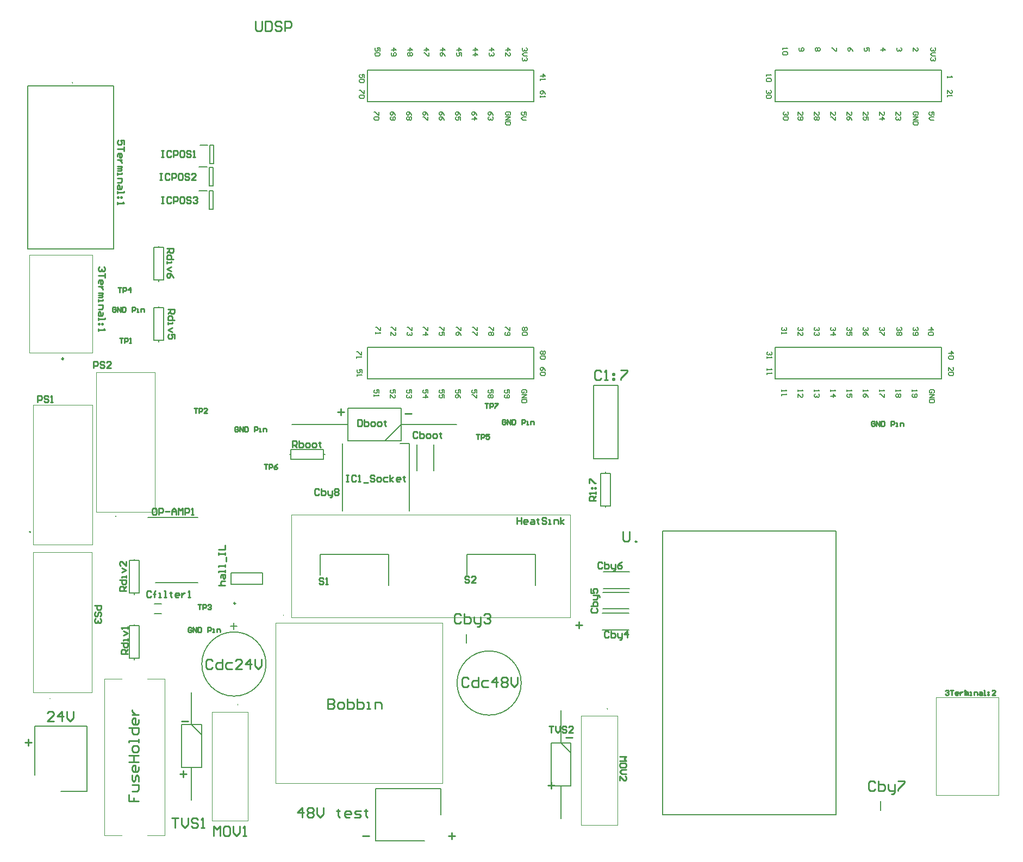
<source format=gto>
G04*
G04 #@! TF.GenerationSoftware,Altium Limited,Altium Designer,21.2.2 (38)*
G04*
G04 Layer_Color=65535*
%FSLAX25Y25*%
%MOIN*%
G70*
G04*
G04 #@! TF.SameCoordinates,0CC3C9D5-6B2F-423D-8AA3-22EEB0D6369A*
G04*
G04*
G04 #@! TF.FilePolarity,Positive*
G04*
G01*
G75*
%ADD10C,0.00787*%
%ADD11C,0.00394*%
%ADD12C,0.01181*%
%ADD13C,0.00984*%
%ADD14C,0.01000*%
%ADD15C,0.00700*%
D10*
X149685Y112500D02*
G03*
X149685Y112500I-19685J0D01*
G01*
X57606Y202831D02*
G03*
X57606Y203224I0J197D01*
G01*
D02*
G03*
X57606Y202831I0J-197D01*
G01*
X31000Y469205D02*
G03*
X31000Y468811I0J-197D01*
G01*
D02*
G03*
X31000Y469205I0J197D01*
G01*
D02*
G03*
X31000Y468811I0J-197D01*
G01*
X4539Y193500D02*
G03*
X5327Y193500I394J0D01*
G01*
D02*
G03*
X4539Y193500I-394J0D01*
G01*
X306185Y100842D02*
G03*
X306185Y100842I-19685J0D01*
G01*
X359000Y85228D02*
G03*
X359000Y84835I0J-197D01*
G01*
D02*
G03*
X359000Y85228I0J197D01*
G01*
D02*
G03*
X359000Y84835I0J-197D01*
G01*
X132343Y87756D02*
G03*
X132343Y87362I0J-197D01*
G01*
D02*
G03*
X132343Y87756I0J197D01*
G01*
D02*
G03*
X132343Y87362I0J-197D01*
G01*
X130000Y133760D02*
Y137697D01*
X128032Y135728D02*
X131968D01*
X526500Y22744D02*
Y28256D01*
X272500Y125244D02*
Y130756D01*
X114819Y402709D02*
X117181D01*
Y391291D02*
Y402709D01*
X114819Y391291D02*
X117181D01*
X114819D02*
Y402709D01*
X108716Y402906D02*
X113441D01*
X3441Y467000D02*
X56197D01*
X3441Y367000D02*
Y467000D01*
Y367000D02*
X56197D01*
Y467000D01*
X115319Y430709D02*
X117681D01*
Y419291D02*
Y430709D01*
X115319Y419291D02*
X117681D01*
X115319D02*
Y430709D01*
X109216Y430905D02*
X113941D01*
X212000Y457250D02*
X314000D01*
Y476750D01*
X212000D02*
X314000D01*
X212000Y457250D02*
Y476750D01*
Y287250D02*
X314000D01*
Y306750D01*
X212000D02*
X314000D01*
X212000Y287250D02*
Y306750D01*
X462000Y287250D02*
X564000D01*
Y306750D01*
X462000D02*
X564000D01*
X462000Y287250D02*
Y306750D01*
Y457250D02*
X564000D01*
Y476750D01*
X462000D02*
X564000D01*
X462000Y457250D02*
Y476750D01*
X272996Y167000D02*
Y179697D01*
X315004D01*
Y160681D02*
Y179697D01*
X182996Y167000D02*
Y179697D01*
X225004D01*
Y160681D02*
Y179697D01*
X356417Y158870D02*
X372583D01*
X356417Y169130D02*
X372583D01*
X77146Y202500D02*
X107992D01*
X82008Y162500D02*
X107992D01*
X114819Y417209D02*
X117181D01*
Y405791D02*
Y417209D01*
X114819Y405791D02*
X117181D01*
X114819D02*
Y417209D01*
X108716Y417406D02*
X113441D01*
X81000Y368000D02*
X84000D01*
X81000Y348000D02*
Y368000D01*
Y348000D02*
X87000D01*
Y368000D01*
X84000D02*
X87000D01*
X84000Y347100D02*
Y348000D01*
Y368000D02*
Y368900D01*
X81000Y331000D02*
X84000D01*
X81000Y311000D02*
Y331000D01*
Y311000D02*
X87000D01*
Y331000D01*
X84000D02*
X87000D01*
X84000Y310100D02*
Y311000D01*
Y331000D02*
Y331900D01*
X128354Y161421D02*
X147646D01*
Y168342D01*
X128354D02*
X147646D01*
X128354Y161421D02*
Y168342D01*
X355000Y229500D02*
X358000D01*
X355000Y209500D02*
Y229500D01*
Y209500D02*
X361000D01*
Y229500D01*
X358000D02*
X361000D01*
X358000Y208600D02*
Y209500D01*
Y229500D02*
Y230400D01*
X392850Y19992D02*
Y194008D01*
X499150D01*
Y19992D02*
Y194008D01*
X392850Y19992D02*
X499150D01*
X365500Y238500D02*
Y283500D01*
X350500D02*
X365500D01*
X350500Y238500D02*
Y283500D01*
Y238500D02*
X365500D01*
X356112Y146257D02*
X372278D01*
X356112Y156518D02*
X372278D01*
X355917Y133370D02*
X372083D01*
X355917Y143630D02*
X372083D01*
X217000Y4055D02*
X247000D01*
X217000D02*
Y35945D01*
X257000D01*
Y20000D02*
Y35945D01*
X252630Y230917D02*
Y247083D01*
X242370Y230917D02*
Y247083D01*
X185000Y241000D02*
X185900D01*
X164100D02*
X165000D01*
X185000Y238000D02*
Y241000D01*
X165000Y238000D02*
X185000D01*
X165000D02*
Y244000D01*
X185000D01*
Y241000D02*
Y244000D01*
X165709Y259500D02*
X199764D01*
X232638D02*
X266693D01*
X222697Y249559D02*
X232638Y259500D01*
Y249559D02*
Y269441D01*
X199764D02*
X232638D01*
X199764Y249559D02*
Y269441D01*
Y249559D02*
X232638D01*
X196409Y206410D02*
Y247590D01*
X237591Y206410D02*
Y247590D01*
X232000D02*
X237591D01*
X330500Y17784D02*
Y37713D01*
Y64091D02*
Y84020D01*
Y64091D02*
X336602Y57988D01*
X324398Y64091D02*
X336602D01*
X324398Y37713D02*
Y64091D01*
Y37713D02*
X336602D01*
Y64091D01*
X104000Y28980D02*
Y48909D01*
Y75287D02*
Y95217D01*
Y75287D02*
X110102Y69185D01*
X97898Y75287D02*
X110102D01*
X97898Y48909D02*
Y75287D01*
Y48909D02*
X110102D01*
Y75287D01*
X69000Y115100D02*
Y116000D01*
Y136000D02*
Y136900D01*
X66000Y116000D02*
X69000D01*
X66000D02*
Y136000D01*
X72000D01*
Y116000D02*
Y136000D01*
X69000Y116000D02*
X72000D01*
X69000Y155100D02*
Y156000D01*
Y176000D02*
Y176900D01*
X66000Y156000D02*
X69000D01*
X66000D02*
Y176000D01*
X72000D01*
Y156000D02*
Y176000D01*
X69000Y156000D02*
X72000D01*
X8055Y44500D02*
Y74500D01*
X39945D01*
Y34500D02*
Y74500D01*
X24000Y34500D02*
X39945D01*
X81335Y143547D02*
X85665D01*
X81335Y149453D02*
X85665D01*
D11*
X160449Y142228D02*
G03*
X160449Y142622I0J197D01*
G01*
D02*
G03*
X160449Y142228I0J-197D01*
G01*
X17398Y91189D02*
G03*
X17004Y91189I-197J0D01*
G01*
D02*
G03*
X17398Y91189I197J0D01*
G01*
X155528Y137898D02*
X257890D01*
X155528Y39472D02*
Y137898D01*
Y39472D02*
X257890D01*
Y137898D01*
X45402Y205587D02*
X81622D01*
Y291413D01*
X45402D02*
X81622D01*
X45402Y205587D02*
Y291413D01*
X165220Y204118D02*
X336087D01*
Y141126D02*
Y204118D01*
X165220Y141126D02*
X336087D01*
X165220D02*
Y204118D01*
X6902Y185626D02*
X43122D01*
Y271453D01*
X6902D02*
X43122D01*
X6902Y185626D02*
Y271453D01*
X4528Y303500D02*
X43110D01*
Y363500D01*
X4528D02*
X43110D01*
X4528Y303500D02*
Y363500D01*
X560390Y92000D02*
X598972D01*
X560390Y32000D02*
Y92000D01*
Y32000D02*
X598972D01*
Y92000D01*
X6768Y95087D02*
Y180913D01*
X42988D01*
Y95087D02*
Y180913D01*
X6768Y95087D02*
X42988D01*
X343055Y80701D02*
X365102D01*
X343055Y13772D02*
Y80701D01*
Y13772D02*
X365102D01*
Y80701D01*
X116398Y83228D02*
X138445D01*
X116398Y16299D02*
Y83228D01*
Y16299D02*
X138445D01*
Y83228D01*
X50496Y7468D02*
X61126D01*
X50496D02*
Y103532D01*
X61126D01*
X76874Y7468D02*
X87504D01*
Y103532D01*
X76874D02*
X87504D01*
D12*
X25000Y299248D02*
G03*
X25000Y300035I0J394D01*
G01*
D02*
G03*
X25000Y299248I0J-394D01*
G01*
X578500Y96252D02*
G03*
X578500Y95465I0J-394D01*
G01*
D02*
G03*
X578500Y96252I0J394D01*
G01*
D13*
X130992Y149724D02*
G03*
X130992Y149724I-492J0D01*
G01*
X377083Y187500D02*
G03*
X377083Y187500I-492J0D01*
G01*
D14*
X522999Y260999D02*
X522500Y261499D01*
X521500D01*
X521000Y260999D01*
Y259000D01*
X521500Y258500D01*
X522500D01*
X522999Y259000D01*
Y259999D01*
X522000D01*
X523999Y258500D02*
Y261499D01*
X525998Y258500D01*
Y261499D01*
X526998D02*
Y258500D01*
X528498D01*
X528997Y259000D01*
Y260999D01*
X528498Y261499D01*
X526998D01*
X532996Y258500D02*
Y261499D01*
X534496D01*
X534996Y260999D01*
Y259999D01*
X534496Y259500D01*
X532996D01*
X535995Y258500D02*
X536995D01*
X536495D01*
Y260499D01*
X535995D01*
X538494Y258500D02*
Y260499D01*
X539994D01*
X540494Y259999D01*
Y258500D01*
X296499Y261999D02*
X296000Y262499D01*
X295000D01*
X294500Y261999D01*
Y260000D01*
X295000Y259500D01*
X296000D01*
X296499Y260000D01*
Y260999D01*
X295500D01*
X297499Y259500D02*
Y262499D01*
X299498Y259500D01*
Y262499D01*
X300498D02*
Y259500D01*
X301998D01*
X302497Y260000D01*
Y261999D01*
X301998Y262499D01*
X300498D01*
X306496Y259500D02*
Y262499D01*
X307996D01*
X308495Y261999D01*
Y260999D01*
X307996Y260500D01*
X306496D01*
X309495Y259500D02*
X310495D01*
X309995D01*
Y261499D01*
X309495D01*
X311994Y259500D02*
Y261499D01*
X313494D01*
X313994Y260999D01*
Y259500D01*
X103999Y134499D02*
X103499Y134999D01*
X102500D01*
X102000Y134499D01*
Y132500D01*
X102500Y132000D01*
X103499D01*
X103999Y132500D01*
Y133500D01*
X103000D01*
X104999Y132000D02*
Y134999D01*
X106998Y132000D01*
Y134999D01*
X107998D02*
Y132000D01*
X109498D01*
X109997Y132500D01*
Y134499D01*
X109498Y134999D01*
X107998D01*
X113996Y132000D02*
Y134999D01*
X115496D01*
X115996Y134499D01*
Y133500D01*
X115496Y133000D01*
X113996D01*
X116995Y132000D02*
X117995D01*
X117495D01*
Y133999D01*
X116995D01*
X119494Y132000D02*
Y133999D01*
X120994D01*
X121494Y133500D01*
Y132000D01*
X132499Y257499D02*
X132000Y257999D01*
X131000D01*
X130500Y257499D01*
Y255500D01*
X131000Y255000D01*
X132000D01*
X132499Y255500D01*
Y256500D01*
X131500D01*
X133499Y255000D02*
Y257999D01*
X135498Y255000D01*
Y257999D01*
X136498D02*
Y255000D01*
X137998D01*
X138497Y255500D01*
Y257499D01*
X137998Y257999D01*
X136498D01*
X142496Y255000D02*
Y257999D01*
X143996D01*
X144495Y257499D01*
Y256500D01*
X143996Y256000D01*
X142496D01*
X145495Y255000D02*
X146495D01*
X145995D01*
Y256999D01*
X145495D01*
X147994Y255000D02*
Y256999D01*
X149494D01*
X149994Y256500D01*
Y255000D01*
X57499Y330999D02*
X56999Y331499D01*
X56000D01*
X55500Y330999D01*
Y329000D01*
X56000Y328500D01*
X56999D01*
X57499Y329000D01*
Y329999D01*
X56500D01*
X58499Y328500D02*
Y331499D01*
X60498Y328500D01*
Y331499D01*
X61498D02*
Y328500D01*
X62998D01*
X63497Y329000D01*
Y330999D01*
X62998Y331499D01*
X61498D01*
X67496Y328500D02*
Y331499D01*
X68996D01*
X69495Y330999D01*
Y329999D01*
X68996Y329500D01*
X67496D01*
X70495Y328500D02*
X71495D01*
X70995D01*
Y330499D01*
X70495D01*
X72994Y328500D02*
Y330499D01*
X74494D01*
X74994Y329999D01*
Y328500D01*
X284000Y272499D02*
X285999D01*
X285000D01*
Y269500D01*
X286999D02*
Y272499D01*
X288498D01*
X288998Y271999D01*
Y271000D01*
X288498Y270500D01*
X286999D01*
X289998Y272499D02*
X291997D01*
Y271999D01*
X289998Y270000D01*
Y269500D01*
X278500Y253499D02*
X280499D01*
X279500D01*
Y250500D01*
X281499D02*
Y253499D01*
X282998D01*
X283498Y252999D01*
Y251999D01*
X282998Y251500D01*
X281499D01*
X286497Y253499D02*
X284498D01*
Y251999D01*
X285498Y252499D01*
X285998D01*
X286497Y251999D01*
Y251000D01*
X285998Y250500D01*
X284998D01*
X284498Y251000D01*
X148500Y234999D02*
X150499D01*
X149500D01*
Y232000D01*
X151499D02*
Y234999D01*
X152999D01*
X153498Y234499D01*
Y233500D01*
X152999Y233000D01*
X151499D01*
X156497Y234999D02*
X155498Y234499D01*
X154498Y233500D01*
Y232500D01*
X154998Y232000D01*
X155998D01*
X156497Y232500D01*
Y233000D01*
X155998Y233500D01*
X154498D01*
X108000Y148999D02*
X109999D01*
X109000D01*
Y146000D01*
X110999D02*
Y148999D01*
X112499D01*
X112998Y148499D01*
Y147500D01*
X112499Y147000D01*
X110999D01*
X113998Y148499D02*
X114498Y148999D01*
X115498D01*
X115997Y148499D01*
Y147999D01*
X115498Y147500D01*
X114998D01*
X115498D01*
X115997Y147000D01*
Y146500D01*
X115498Y146000D01*
X114498D01*
X113998Y146500D01*
X105500Y269499D02*
X107499D01*
X106500D01*
Y266500D01*
X108499D02*
Y269499D01*
X109999D01*
X110498Y268999D01*
Y268000D01*
X109999Y267500D01*
X108499D01*
X113497Y266500D02*
X111498D01*
X113497Y268499D01*
Y268999D01*
X112998Y269499D01*
X111998D01*
X111498Y268999D01*
X59000Y343499D02*
X60999D01*
X60000D01*
Y340500D01*
X61999D02*
Y343499D01*
X63499D01*
X63998Y342999D01*
Y342000D01*
X63499Y341500D01*
X61999D01*
X66498Y340500D02*
Y343499D01*
X64998Y342000D01*
X66997D01*
X60000Y312499D02*
X61999D01*
X61000D01*
Y309500D01*
X62999D02*
Y312499D01*
X64499D01*
X64998Y311999D01*
Y310999D01*
X64499Y310500D01*
X62999D01*
X65998Y309500D02*
X66998D01*
X66498D01*
Y312499D01*
X65998Y311999D01*
X322500Y37999D02*
X326499D01*
X324499Y39999D02*
Y36000D01*
X333500Y67500D02*
X337499D01*
X97000Y44999D02*
X100999D01*
X98999Y46999D02*
Y43000D01*
X98000Y77500D02*
X101999D01*
X193500Y266999D02*
X197499D01*
X195499Y268999D02*
Y265000D01*
X235000Y266000D02*
X238999D01*
X209000Y7000D02*
X212999D01*
X261500Y6999D02*
X265499D01*
X263499Y8999D02*
Y5000D01*
X2000Y64499D02*
X5999D01*
X3999Y66499D02*
Y62500D01*
X339500Y136499D02*
X343499D01*
X341499Y138499D02*
Y134500D01*
X523299Y39798D02*
X522299Y40798D01*
X520300D01*
X519300Y39798D01*
Y35800D01*
X520300Y34800D01*
X522299D01*
X523299Y35800D01*
X525298Y40798D02*
Y34800D01*
X528297D01*
X529297Y35800D01*
Y36799D01*
Y37799D01*
X528297Y38799D01*
X525298D01*
X531296D02*
Y35800D01*
X532296Y34800D01*
X535295D01*
Y33800D01*
X534295Y32801D01*
X533295D01*
X535295Y34800D02*
Y38799D01*
X537294Y40798D02*
X541293D01*
Y39798D01*
X537294Y35800D01*
Y34800D01*
X269299Y142298D02*
X268299Y143298D01*
X266300D01*
X265300Y142298D01*
Y138300D01*
X266300Y137300D01*
X268299D01*
X269299Y138300D01*
X271298Y143298D02*
Y137300D01*
X274297D01*
X275297Y138300D01*
Y139299D01*
Y140299D01*
X274297Y141299D01*
X271298D01*
X277296D02*
Y138300D01*
X278296Y137300D01*
X281295D01*
Y136300D01*
X280295Y135301D01*
X279295D01*
X281295Y137300D02*
Y141299D01*
X283294Y142298D02*
X284294Y143298D01*
X286293D01*
X287293Y142298D01*
Y141299D01*
X286293Y140299D01*
X285294D01*
X286293D01*
X287293Y139299D01*
Y138300D01*
X286293Y137300D01*
X284294D01*
X283294Y138300D01*
X85504Y398999D02*
X86836D01*
X86170D01*
Y395001D01*
X85504D01*
X86836D01*
X91502Y398333D02*
X90835Y398999D01*
X89502D01*
X88836Y398333D01*
Y395667D01*
X89502Y395001D01*
X90835D01*
X91502Y395667D01*
X92835Y395001D02*
Y398999D01*
X94834D01*
X95500Y398333D01*
Y397000D01*
X94834Y396334D01*
X92835D01*
X98833Y398999D02*
X97500D01*
X96833Y398333D01*
Y395667D01*
X97500Y395001D01*
X98833D01*
X99499Y395667D01*
Y398333D01*
X98833Y398999D01*
X103498Y398333D02*
X102831Y398999D01*
X101498D01*
X100832Y398333D01*
Y397666D01*
X101498Y397000D01*
X102831D01*
X103498Y396334D01*
Y395667D01*
X102831Y395001D01*
X101498D01*
X100832Y395667D01*
X104831Y398333D02*
X105497Y398999D01*
X106830D01*
X107497Y398333D01*
Y397666D01*
X106830Y397000D01*
X106164D01*
X106830D01*
X107497Y396334D01*
Y395667D01*
X106830Y395001D01*
X105497D01*
X104831Y395667D01*
X62499Y430995D02*
Y433660D01*
X60500D01*
X61166Y432327D01*
Y431661D01*
X60500Y430995D01*
X59167D01*
X58501Y431661D01*
Y432994D01*
X59167Y433660D01*
X62499Y429662D02*
Y426996D01*
Y428329D01*
X58501D01*
Y423664D02*
Y424997D01*
X59167Y425663D01*
X60500D01*
X61166Y424997D01*
Y423664D01*
X60500Y422997D01*
X59834D01*
Y425663D01*
X61166Y421664D02*
X58501D01*
X59834D01*
X60500Y420998D01*
X61166Y420331D01*
Y419665D01*
X58501Y417665D02*
X61166D01*
Y416999D01*
X60500Y416333D01*
X58501D01*
X60500D01*
X61166Y415666D01*
X60500Y415000D01*
X58501D01*
Y413667D02*
Y412334D01*
Y413000D01*
X61166D01*
Y413667D01*
X58501Y410334D02*
X61166D01*
Y408335D01*
X60500Y407669D01*
X58501D01*
X61166Y405669D02*
Y404337D01*
X60500Y403670D01*
X58501D01*
Y405669D01*
X59167Y406336D01*
X59834Y405669D01*
Y403670D01*
X58501Y402337D02*
Y401004D01*
Y401671D01*
X62499D01*
Y402337D01*
X61166Y399005D02*
Y398338D01*
X60500D01*
Y399005D01*
X61166D01*
X59167D02*
Y398338D01*
X58501D01*
Y399005D01*
X59167D01*
X58501Y395673D02*
Y394340D01*
Y395006D01*
X62499D01*
X61833Y395673D01*
X85670Y427499D02*
X87003D01*
X86336D01*
Y423501D01*
X85670D01*
X87003D01*
X91668Y426833D02*
X91002Y427499D01*
X89669D01*
X89002Y426833D01*
Y424167D01*
X89669Y423501D01*
X91002D01*
X91668Y424167D01*
X93001Y423501D02*
Y427499D01*
X95000D01*
X95667Y426833D01*
Y425500D01*
X95000Y424834D01*
X93001D01*
X98999Y427499D02*
X97666D01*
X97000Y426833D01*
Y424167D01*
X97666Y423501D01*
X98999D01*
X99665Y424167D01*
Y426833D01*
X98999Y427499D01*
X103664Y426833D02*
X102998Y427499D01*
X101665D01*
X100998Y426833D01*
Y426166D01*
X101665Y425500D01*
X102998D01*
X103664Y424834D01*
Y424167D01*
X102998Y423501D01*
X101665D01*
X100998Y424167D01*
X104997Y423501D02*
X106330D01*
X105664D01*
Y427499D01*
X104997Y426833D01*
X359835Y131999D02*
X359168Y132666D01*
X357836D01*
X357169Y131999D01*
Y129333D01*
X357836Y128667D01*
X359168D01*
X359835Y129333D01*
X361168Y132666D02*
Y128667D01*
X363167D01*
X363834Y129333D01*
Y130000D01*
Y130666D01*
X363167Y131333D01*
X361168D01*
X365166D02*
Y129333D01*
X365833Y128667D01*
X367832D01*
Y128001D01*
X367166Y127334D01*
X366499D01*
X367832Y128667D02*
Y131333D01*
X371164Y128667D02*
Y132666D01*
X369165Y130666D01*
X371831D01*
X65501Y32508D02*
Y28509D01*
X68500D01*
Y30508D01*
Y28509D01*
X71499D01*
X67500Y34507D02*
X70499D01*
X71499Y35507D01*
Y38506D01*
X67500D01*
X71499Y40505D02*
Y43504D01*
X70499Y44504D01*
X69500Y43504D01*
Y41505D01*
X68500Y40505D01*
X67500Y41505D01*
Y44504D01*
X71499Y49502D02*
Y47503D01*
X70499Y46503D01*
X68500D01*
X67500Y47503D01*
Y49502D01*
X68500Y50502D01*
X69500D01*
Y46503D01*
X65501Y52501D02*
X71499D01*
X68500D01*
Y56500D01*
X65501D01*
X71499D01*
Y59499D02*
Y61498D01*
X70499Y62498D01*
X68500D01*
X67500Y61498D01*
Y59499D01*
X68500Y58499D01*
X70499D01*
X71499Y59499D01*
Y64497D02*
Y66497D01*
Y65497D01*
X65501D01*
Y64497D01*
Y73494D02*
X71499D01*
Y70495D01*
X70499Y69496D01*
X68500D01*
X67500Y70495D01*
Y73494D01*
X71499Y78493D02*
Y76494D01*
X70499Y75494D01*
X68500D01*
X67500Y76494D01*
Y78493D01*
X68500Y79493D01*
X69500D01*
Y75494D01*
X67500Y81492D02*
X71499D01*
X69500D01*
X68500Y82492D01*
X67500Y83491D01*
Y84491D01*
X303671Y202499D02*
Y198501D01*
Y200500D01*
X306337D01*
Y202499D01*
Y198501D01*
X309669D02*
X308336D01*
X307670Y199167D01*
Y200500D01*
X308336Y201167D01*
X309669D01*
X310336Y200500D01*
Y199834D01*
X307670D01*
X312335Y201167D02*
X313668D01*
X314335Y200500D01*
Y198501D01*
X312335D01*
X311669Y199167D01*
X312335Y199834D01*
X314335D01*
X316334Y201833D02*
Y201167D01*
X315667D01*
X317000D01*
X316334D01*
Y199167D01*
X317000Y198501D01*
X321666Y201833D02*
X320999Y202499D01*
X319666D01*
X319000Y201833D01*
Y201167D01*
X319666Y200500D01*
X320999D01*
X321666Y199834D01*
Y199167D01*
X320999Y198501D01*
X319666D01*
X319000Y199167D01*
X322998Y198501D02*
X324331D01*
X323665D01*
Y201167D01*
X322998D01*
X326331Y198501D02*
Y201167D01*
X328330D01*
X328996Y200500D01*
Y198501D01*
X330329D02*
Y202499D01*
Y199834D02*
X332329Y201167D01*
X330329Y199834D02*
X332329Y198501D01*
X84504Y413499D02*
X85836D01*
X85170D01*
Y409501D01*
X84504D01*
X85836D01*
X90502Y412833D02*
X89835Y413499D01*
X88502D01*
X87836Y412833D01*
Y410167D01*
X88502Y409501D01*
X89835D01*
X90502Y410167D01*
X91834Y409501D02*
Y413499D01*
X93834D01*
X94500Y412833D01*
Y411500D01*
X93834Y410834D01*
X91834D01*
X97833Y413499D02*
X96500D01*
X95833Y412833D01*
Y410167D01*
X96500Y409501D01*
X97833D01*
X98499Y410167D01*
Y412833D01*
X97833Y413499D01*
X102498Y412833D02*
X101831Y413499D01*
X100498D01*
X99832Y412833D01*
Y412166D01*
X100498Y411500D01*
X101831D01*
X102498Y410834D01*
Y410167D01*
X101831Y409501D01*
X100498D01*
X99832Y410167D01*
X106497Y409501D02*
X103831D01*
X106497Y412166D01*
Y412833D01*
X105830Y413499D01*
X104497D01*
X103831Y412833D01*
X199006Y228333D02*
X200339D01*
X199672D01*
Y224334D01*
X199006D01*
X200339D01*
X205004Y227666D02*
X204337Y228333D01*
X203005D01*
X202338Y227666D01*
Y225000D01*
X203005Y224334D01*
X204337D01*
X205004Y225000D01*
X206337Y224334D02*
X207670D01*
X207003D01*
Y228333D01*
X206337Y227666D01*
X209669Y223667D02*
X212335D01*
X216334Y227666D02*
X215667Y228333D01*
X214334D01*
X213668Y227666D01*
Y227000D01*
X214334Y226333D01*
X215667D01*
X216334Y225667D01*
Y225000D01*
X215667Y224334D01*
X214334D01*
X213668Y225000D01*
X218333Y224334D02*
X219666D01*
X220332Y225000D01*
Y226333D01*
X219666Y227000D01*
X218333D01*
X217667Y226333D01*
Y225000D01*
X218333Y224334D01*
X224331Y227000D02*
X222332D01*
X221665Y226333D01*
Y225000D01*
X222332Y224334D01*
X224331D01*
X225664D02*
Y228333D01*
Y225667D02*
X227663Y227000D01*
X225664Y225667D02*
X227663Y224334D01*
X231662D02*
X230329D01*
X229663Y225000D01*
Y226333D01*
X230329Y227000D01*
X231662D01*
X232328Y226333D01*
Y225667D01*
X229663D01*
X234328Y227666D02*
Y227000D01*
X233661D01*
X234994D01*
X234328D01*
Y225000D01*
X234994Y224334D01*
X187423Y91184D02*
Y85186D01*
X190422D01*
X191421Y86186D01*
Y87185D01*
X190422Y88185D01*
X187423D01*
X190422D01*
X191421Y89185D01*
Y90184D01*
X190422Y91184D01*
X187423D01*
X194420Y85186D02*
X196420D01*
X197419Y86186D01*
Y88185D01*
X196420Y89185D01*
X194420D01*
X193421Y88185D01*
Y86186D01*
X194420Y85186D01*
X199419Y91184D02*
Y85186D01*
X202418D01*
X203417Y86186D01*
Y87185D01*
Y88185D01*
X202418Y89185D01*
X199419D01*
X205417Y91184D02*
Y85186D01*
X208416D01*
X209416Y86186D01*
Y87185D01*
Y88185D01*
X208416Y89185D01*
X205417D01*
X211415Y85186D02*
X213414D01*
X212415D01*
Y89185D01*
X211415D01*
X216413Y85186D02*
Y89185D01*
X219412D01*
X220412Y88185D01*
Y85186D01*
X566255Y96000D02*
X566755Y96500D01*
X567755D01*
X568254Y96000D01*
Y95500D01*
X567755Y95000D01*
X567255D01*
X567755D01*
X568254Y94500D01*
Y94000D01*
X567755Y93501D01*
X566755D01*
X566255Y94000D01*
X569254Y96500D02*
X571253D01*
X570254D01*
Y93501D01*
X573752D02*
X572753D01*
X572253Y94000D01*
Y95000D01*
X572753Y95500D01*
X573752D01*
X574252Y95000D01*
Y94500D01*
X572253D01*
X575252Y95500D02*
Y93501D01*
Y94500D01*
X575752Y95000D01*
X576252Y95500D01*
X576752D01*
X578251Y93501D02*
Y95500D01*
X578751D01*
X579251Y95000D01*
Y93501D01*
Y95000D01*
X579751Y95500D01*
X580250Y95000D01*
Y93501D01*
X581250D02*
X582250D01*
X581750D01*
Y95500D01*
X581250D01*
X583749Y93501D02*
Y95500D01*
X585249D01*
X585749Y95000D01*
Y93501D01*
X587248Y95500D02*
X588248D01*
X588748Y95000D01*
Y93501D01*
X587248D01*
X586748Y94000D01*
X587248Y94500D01*
X588748D01*
X589747Y93501D02*
X590747D01*
X590247D01*
Y96500D01*
X589747D01*
X592246Y95500D02*
X592746D01*
Y95000D01*
X592246D01*
Y95500D01*
Y94000D02*
X592746D01*
Y93501D01*
X592246D01*
Y94000D01*
X596745Y93501D02*
X594746D01*
X596745Y95500D01*
Y96000D01*
X596245Y96500D01*
X595246D01*
X594746Y96000D01*
X50333Y356160D02*
X50999Y355494D01*
Y354161D01*
X50333Y353495D01*
X49666D01*
X49000Y354161D01*
Y354827D01*
Y354161D01*
X48334Y353495D01*
X47667D01*
X47001Y354161D01*
Y355494D01*
X47667Y356160D01*
X50999Y352162D02*
Y349496D01*
Y350829D01*
X47001D01*
Y346164D02*
Y347497D01*
X47667Y348163D01*
X49000D01*
X49666Y347497D01*
Y346164D01*
X49000Y345497D01*
X48334D01*
Y348163D01*
X49666Y344164D02*
X47001D01*
X48334D01*
X49000Y343498D01*
X49666Y342831D01*
Y342165D01*
X47001Y340165D02*
X49666D01*
Y339499D01*
X49000Y338833D01*
X47001D01*
X49000D01*
X49666Y338166D01*
X49000Y337500D01*
X47001D01*
Y336167D02*
Y334834D01*
Y335500D01*
X49666D01*
Y336167D01*
X47001Y332835D02*
X49666D01*
Y330835D01*
X49000Y330169D01*
X47001D01*
X49666Y328169D02*
Y326836D01*
X49000Y326170D01*
X47001D01*
Y328169D01*
X47667Y328836D01*
X48334Y328169D01*
Y326170D01*
X47001Y324837D02*
Y323504D01*
Y324171D01*
X50999D01*
Y324837D01*
X49666Y321505D02*
Y320838D01*
X49000D01*
Y321505D01*
X49666D01*
X47667D02*
Y320838D01*
X47001D01*
Y321505D01*
X47667D01*
X47001Y318173D02*
Y316840D01*
Y317506D01*
X50999D01*
X50333Y318173D01*
X368600Y193798D02*
Y188800D01*
X369600Y187800D01*
X371599D01*
X372599Y188800D01*
Y193798D01*
X143300Y506598D02*
Y501600D01*
X144300Y500600D01*
X146299D01*
X147299Y501600D01*
Y506598D01*
X149298D02*
Y500600D01*
X152297D01*
X153297Y501600D01*
Y505598D01*
X152297Y506598D01*
X149298D01*
X159295Y505598D02*
X158295Y506598D01*
X156296D01*
X155296Y505598D01*
Y504599D01*
X156296Y503599D01*
X158295D01*
X159295Y502599D01*
Y501600D01*
X158295Y500600D01*
X156296D01*
X155296Y501600D01*
X161294Y500600D02*
Y506598D01*
X164293D01*
X165293Y505598D01*
Y503599D01*
X164293Y502599D01*
X161294D01*
X323169Y74499D02*
X325835D01*
X324502D01*
Y70501D01*
X327168Y74499D02*
Y71834D01*
X328501Y70501D01*
X329834Y71834D01*
Y74499D01*
X333832Y73833D02*
X333166Y74499D01*
X331833D01*
X331167Y73833D01*
Y73166D01*
X331833Y72500D01*
X333166D01*
X333832Y71834D01*
Y71167D01*
X333166Y70501D01*
X331833D01*
X331167Y71167D01*
X337831Y70501D02*
X335165D01*
X337831Y73166D01*
Y73833D01*
X337164Y74499D01*
X335832D01*
X335165Y73833D01*
X92003Y17999D02*
X96002D01*
X94003D01*
Y12001D01*
X98001Y17999D02*
Y14000D01*
X100001Y12001D01*
X102000Y14000D01*
Y17999D01*
X107998Y16999D02*
X106998Y17999D01*
X104999D01*
X103999Y16999D01*
Y16000D01*
X104999Y15000D01*
X106998D01*
X107998Y14000D01*
Y13001D01*
X106998Y12001D01*
X104999D01*
X103999Y13001D01*
X109997Y12001D02*
X111997D01*
X110997D01*
Y17999D01*
X109997Y16999D01*
X274334Y165833D02*
X273667Y166499D01*
X272334D01*
X271668Y165833D01*
Y165166D01*
X272334Y164500D01*
X273667D01*
X274334Y163833D01*
Y163167D01*
X273667Y162501D01*
X272334D01*
X271668Y163167D01*
X278332Y162501D02*
X275666D01*
X278332Y165166D01*
Y165833D01*
X277666Y166499D01*
X276333D01*
X275666Y165833D01*
X185000Y164833D02*
X184334Y165499D01*
X183001D01*
X182334Y164833D01*
Y164166D01*
X183001Y163500D01*
X184334D01*
X185000Y162833D01*
Y162167D01*
X184334Y161501D01*
X183001D01*
X182334Y162167D01*
X186333Y161501D02*
X187666D01*
X186999D01*
Y165499D01*
X186333Y164833D01*
X89001Y367497D02*
X92999D01*
Y365498D01*
X92333Y364831D01*
X91000D01*
X90334Y365498D01*
Y367497D01*
Y366164D02*
X89001Y364831D01*
X92999Y360833D02*
X89001D01*
Y362832D01*
X89667Y363498D01*
X91000D01*
X91666Y362832D01*
Y360833D01*
X89001Y359500D02*
Y358167D01*
Y358833D01*
X91666D01*
Y359500D01*
Y356167D02*
X89001Y354835D01*
X91666Y353502D01*
X92999Y349503D02*
X92333Y350836D01*
X91000Y352169D01*
X89667D01*
X89001Y351502D01*
Y350169D01*
X89667Y349503D01*
X90334D01*
X91000Y350169D01*
Y352169D01*
X89501Y329997D02*
X93499D01*
Y327998D01*
X92833Y327331D01*
X91500D01*
X90834Y327998D01*
Y329997D01*
Y328664D02*
X89501Y327331D01*
X93499Y323333D02*
X89501D01*
Y325332D01*
X90167Y325998D01*
X91500D01*
X92166Y325332D01*
Y323333D01*
X89501Y322000D02*
Y320667D01*
Y321333D01*
X92166D01*
Y322000D01*
Y318667D02*
X89501Y317335D01*
X92166Y316002D01*
X93499Y312003D02*
Y314669D01*
X91500D01*
X92166Y313336D01*
Y312669D01*
X91500Y312003D01*
X90167D01*
X89501Y312669D01*
Y314002D01*
X90167Y314669D01*
X63999Y157503D02*
X60001D01*
Y159502D01*
X60667Y160169D01*
X62000D01*
X62666Y159502D01*
Y157503D01*
Y158836D02*
X63999Y160169D01*
X60001Y164167D02*
X63999D01*
Y162168D01*
X63333Y161502D01*
X62000D01*
X61334Y162168D01*
Y164167D01*
X63999Y165500D02*
Y166833D01*
Y166167D01*
X61334D01*
Y165500D01*
Y168833D02*
X63999Y170166D01*
X61334Y171498D01*
X63999Y175497D02*
Y172831D01*
X61334Y175497D01*
X60667D01*
X60001Y174831D01*
Y173498D01*
X60667Y172831D01*
X64999Y118669D02*
X61001D01*
Y120669D01*
X61667Y121335D01*
X63000D01*
X63666Y120669D01*
Y118669D01*
Y120002D02*
X64999Y121335D01*
X61001Y125334D02*
X64999D01*
Y123335D01*
X64333Y122668D01*
X63000D01*
X62334Y123335D01*
Y125334D01*
X64999Y126667D02*
Y128000D01*
Y127333D01*
X62334D01*
Y126667D01*
Y129999D02*
X64999Y131332D01*
X62334Y132665D01*
X64999Y133998D02*
Y135331D01*
Y134664D01*
X61001D01*
X61667Y133998D01*
X165836Y245501D02*
Y249499D01*
X167835D01*
X168502Y248833D01*
Y247500D01*
X167835Y246834D01*
X165836D01*
X167169D02*
X168502Y245501D01*
X169835Y249499D02*
Y245501D01*
X171834D01*
X172501Y246167D01*
Y246834D01*
Y247500D01*
X171834Y248166D01*
X169835D01*
X174500Y245501D02*
X175833D01*
X176499Y246167D01*
Y247500D01*
X175833Y248166D01*
X174500D01*
X173834Y247500D01*
Y246167D01*
X174500Y245501D01*
X178499D02*
X179832D01*
X180498Y246167D01*
Y247500D01*
X179832Y248166D01*
X178499D01*
X177832Y247500D01*
Y246167D01*
X178499Y245501D01*
X182497Y248833D02*
Y248166D01*
X181831D01*
X183164D01*
X182497D01*
Y246167D01*
X183164Y245501D01*
X351999Y212836D02*
X348001D01*
Y214835D01*
X348667Y215501D01*
X350000D01*
X350666Y214835D01*
Y212836D01*
Y214168D02*
X351999Y215501D01*
Y216834D02*
Y218167D01*
Y217501D01*
X348001D01*
X348667Y216834D01*
X349334Y220166D02*
Y220833D01*
X350000D01*
Y220166D01*
X349334D01*
X351333D02*
Y220833D01*
X351999D01*
Y220166D01*
X351333D01*
X348001Y223499D02*
Y226165D01*
X348667D01*
X351333Y223499D01*
X351999D01*
X81837Y207999D02*
X80504D01*
X79837Y207333D01*
Y204667D01*
X80504Y204001D01*
X81837D01*
X82503Y204667D01*
Y207333D01*
X81837Y207999D01*
X83836Y204001D02*
Y207999D01*
X85835D01*
X86502Y207333D01*
Y206000D01*
X85835Y205334D01*
X83836D01*
X87835Y206000D02*
X90501D01*
X91834Y204001D02*
Y206666D01*
X93166Y207999D01*
X94499Y206666D01*
Y204001D01*
Y206000D01*
X91834D01*
X95832Y204001D02*
Y207999D01*
X97165Y206666D01*
X98498Y207999D01*
Y204001D01*
X99831D02*
Y207999D01*
X101830D01*
X102497Y207333D01*
Y206000D01*
X101830Y205334D01*
X99831D01*
X103830Y204001D02*
X105163D01*
X104496D01*
Y207999D01*
X103830Y207333D01*
X366501Y55831D02*
X370499D01*
X369166Y54498D01*
X370499Y53165D01*
X366501D01*
X370499Y49833D02*
Y51166D01*
X369833Y51832D01*
X367167D01*
X366501Y51166D01*
Y49833D01*
X367167Y49166D01*
X369833D01*
X370499Y49833D01*
Y47833D02*
X367834D01*
X366501Y46501D01*
X367834Y45168D01*
X370499D01*
X366501Y41169D02*
Y43835D01*
X369166Y41169D01*
X369833D01*
X370499Y41835D01*
Y43168D01*
X369833Y43835D01*
X117503Y7001D02*
Y12999D01*
X119503Y11000D01*
X121502Y12999D01*
Y7001D01*
X126500Y12999D02*
X124501D01*
X123501Y11999D01*
Y8001D01*
X124501Y7001D01*
X126500D01*
X127500Y8001D01*
Y11999D01*
X126500Y12999D01*
X129499D02*
Y9000D01*
X131499Y7001D01*
X133498Y9000D01*
Y12999D01*
X135497Y7001D02*
X137497D01*
X136497D01*
Y12999D01*
X135497Y11999D01*
X120667Y160671D02*
X124666D01*
X122667D01*
X122000Y161337D01*
Y162670D01*
X122667Y163336D01*
X124666D01*
X122000Y165336D02*
Y166669D01*
X122667Y167335D01*
X124666D01*
Y165336D01*
X124000Y164669D01*
X123333Y165336D01*
Y167335D01*
X124666Y168668D02*
Y170001D01*
Y169334D01*
X120667D01*
Y168668D01*
X124666Y172000D02*
Y173333D01*
Y172667D01*
X120667D01*
Y172000D01*
X125333Y175333D02*
Y177998D01*
X120667Y179331D02*
Y180664D01*
Y179998D01*
X124666D01*
Y179331D01*
Y180664D01*
X120667Y182664D02*
X124666D01*
Y185329D01*
X205836Y262499D02*
Y258501D01*
X207836D01*
X208502Y259167D01*
Y261833D01*
X207836Y262499D01*
X205836D01*
X209835D02*
Y258501D01*
X211834D01*
X212501Y259167D01*
Y259834D01*
Y260500D01*
X211834Y261166D01*
X209835D01*
X214500Y258501D02*
X215833D01*
X216499Y259167D01*
Y260500D01*
X215833Y261166D01*
X214500D01*
X213834Y260500D01*
Y259167D01*
X214500Y258501D01*
X218499D02*
X219832D01*
X220498Y259167D01*
Y260500D01*
X219832Y261166D01*
X218499D01*
X217832Y260500D01*
Y259167D01*
X218499Y258501D01*
X222497Y261833D02*
Y261166D01*
X221831D01*
X223164D01*
X222497D01*
Y259167D01*
X223164Y258501D01*
X79166Y156632D02*
X78499Y157299D01*
X77166D01*
X76500Y156632D01*
Y153966D01*
X77166Y153300D01*
X78499D01*
X79166Y153966D01*
X81165Y153300D02*
Y156632D01*
Y155299D01*
X80499D01*
X81832D01*
X81165D01*
Y156632D01*
X81832Y157299D01*
X83831Y153300D02*
X85164D01*
X84497D01*
Y155966D01*
X83831D01*
X87163Y153300D02*
X88496D01*
X87830D01*
Y157299D01*
X87163D01*
X91162Y156632D02*
Y155966D01*
X90496D01*
X91828D01*
X91162D01*
Y153966D01*
X91828Y153300D01*
X95827D02*
X94494D01*
X93828Y153966D01*
Y155299D01*
X94494Y155966D01*
X95827D01*
X96494Y155299D01*
Y154633D01*
X93828D01*
X97826Y155966D02*
Y153300D01*
Y154633D01*
X98493Y155299D01*
X99159Y155966D01*
X99826D01*
X101825Y153300D02*
X103158D01*
X102492D01*
Y157299D01*
X101825Y156632D01*
X274004Y103499D02*
X273005Y104499D01*
X271005D01*
X270005Y103499D01*
Y99501D01*
X271005Y98501D01*
X273005D01*
X274004Y99501D01*
X280002Y104499D02*
Y98501D01*
X277003D01*
X276004Y99501D01*
Y101500D01*
X277003Y102500D01*
X280002D01*
X286000D02*
X283001D01*
X282002Y101500D01*
Y99501D01*
X283001Y98501D01*
X286000D01*
X290999D02*
Y104499D01*
X288000Y101500D01*
X291998D01*
X293998Y103499D02*
X294997Y104499D01*
X296997D01*
X297996Y103499D01*
Y102500D01*
X296997Y101500D01*
X297996Y100500D01*
Y99501D01*
X296997Y98501D01*
X294997D01*
X293998Y99501D01*
Y100500D01*
X294997Y101500D01*
X293998Y102500D01*
Y103499D01*
X294997Y101500D02*
X296997D01*
X299996Y104499D02*
Y100500D01*
X301995Y98501D01*
X303994Y100500D01*
Y104499D01*
X117005Y114499D02*
X116005Y115499D01*
X114005D01*
X113006Y114499D01*
Y110500D01*
X114005Y109501D01*
X116005D01*
X117005Y110500D01*
X123003Y115499D02*
Y109501D01*
X120004D01*
X119004Y110500D01*
Y112500D01*
X120004Y113499D01*
X123003D01*
X129001D02*
X126002D01*
X125002Y112500D01*
Y110500D01*
X126002Y109501D01*
X129001D01*
X134999D02*
X131000D01*
X134999Y113499D01*
Y114499D01*
X133999Y115499D01*
X132000D01*
X131000Y114499D01*
X139997Y109501D02*
Y115499D01*
X136998Y112500D01*
X140997D01*
X142996Y115499D02*
Y111500D01*
X144995Y109501D01*
X146995Y111500D01*
Y115499D01*
X182335Y219499D02*
X181668Y220166D01*
X180335D01*
X179669Y219499D01*
Y216834D01*
X180335Y216167D01*
X181668D01*
X182335Y216834D01*
X183668Y220166D02*
Y216167D01*
X185667D01*
X186334Y216834D01*
Y217500D01*
Y218166D01*
X185667Y218833D01*
X183668D01*
X187666D02*
Y216834D01*
X188333Y216167D01*
X190332D01*
Y215501D01*
X189666Y214834D01*
X188999D01*
X190332Y216167D02*
Y218833D01*
X191665Y219499D02*
X192332Y220166D01*
X193665D01*
X194331Y219499D01*
Y218833D01*
X193665Y218166D01*
X194331Y217500D01*
Y216834D01*
X193665Y216167D01*
X192332D01*
X191665Y216834D01*
Y217500D01*
X192332Y218166D01*
X191665Y218833D01*
Y219499D01*
X192332Y218166D02*
X193665D01*
X355835Y174499D02*
X355168Y175166D01*
X353836D01*
X353169Y174499D01*
Y171834D01*
X353836Y171167D01*
X355168D01*
X355835Y171834D01*
X357168Y175166D02*
Y171167D01*
X359167D01*
X359834Y171834D01*
Y172500D01*
Y173167D01*
X359167Y173833D01*
X357168D01*
X361167D02*
Y171834D01*
X361833Y171167D01*
X363832D01*
Y170501D01*
X363166Y169834D01*
X362499D01*
X363832Y171167D02*
Y173833D01*
X367831Y175166D02*
X366498Y174499D01*
X365165Y173167D01*
Y171834D01*
X365832Y171167D01*
X367164D01*
X367831Y171834D01*
Y172500D01*
X367164Y173167D01*
X365165D01*
X349501Y146835D02*
X348834Y146168D01*
Y144835D01*
X349501Y144169D01*
X352166D01*
X352833Y144835D01*
Y146168D01*
X352166Y146835D01*
X348834Y148168D02*
X352833D01*
Y150167D01*
X352166Y150833D01*
X351500D01*
X350834D01*
X350167Y150167D01*
Y148168D01*
Y152166D02*
X352166D01*
X352833Y152833D01*
Y154832D01*
X353499D01*
X354166Y154166D01*
Y153499D01*
X352833Y154832D02*
X350167D01*
X348834Y158831D02*
Y156165D01*
X350834D01*
X350167Y157498D01*
Y158165D01*
X350834Y158831D01*
X352166D01*
X352833Y158165D01*
Y156832D01*
X352166Y156165D01*
X242502Y254333D02*
X241835Y254999D01*
X240503D01*
X239836Y254333D01*
Y251667D01*
X240503Y251001D01*
X241835D01*
X242502Y251667D01*
X243835Y254999D02*
Y251001D01*
X245834D01*
X246501Y251667D01*
Y252334D01*
Y253000D01*
X245834Y253666D01*
X243835D01*
X248500Y251001D02*
X249833D01*
X250499Y251667D01*
Y253000D01*
X249833Y253666D01*
X248500D01*
X247834Y253000D01*
Y251667D01*
X248500Y251001D01*
X252499D02*
X253832D01*
X254498Y251667D01*
Y253000D01*
X253832Y253666D01*
X252499D01*
X251832Y253000D01*
Y251667D01*
X252499Y251001D01*
X256497Y254333D02*
Y253666D01*
X255831D01*
X257164D01*
X256497D01*
Y251667D01*
X257164Y251001D01*
X355099Y291898D02*
X354099Y292898D01*
X352100D01*
X351100Y291898D01*
Y287900D01*
X352100Y286900D01*
X354099D01*
X355099Y287900D01*
X357098Y286900D02*
X359097D01*
X358098D01*
Y292898D01*
X357098Y291898D01*
X362096Y290899D02*
X363096D01*
Y289899D01*
X362096D01*
Y290899D01*
Y287900D02*
X363096D01*
Y286900D01*
X362096D01*
Y287900D01*
X367095Y292898D02*
X371094D01*
Y291898D01*
X367095Y287900D01*
Y286900D01*
X172006Y18501D02*
Y24499D01*
X169007Y21500D01*
X173006D01*
X175005Y23499D02*
X176005Y24499D01*
X178004D01*
X179004Y23499D01*
Y22500D01*
X178004Y21500D01*
X179004Y20500D01*
Y19501D01*
X178004Y18501D01*
X176005D01*
X175005Y19501D01*
Y20500D01*
X176005Y21500D01*
X175005Y22500D01*
Y23499D01*
X176005Y21500D02*
X178004D01*
X181003Y24499D02*
Y20500D01*
X183002Y18501D01*
X185002Y20500D01*
Y24499D01*
X193999Y23499D02*
Y22500D01*
X192999D01*
X194999D01*
X193999D01*
Y19501D01*
X194999Y18501D01*
X200997D02*
X198997D01*
X197998Y19501D01*
Y21500D01*
X198997Y22500D01*
X200997D01*
X201996Y21500D01*
Y20500D01*
X197998D01*
X203996Y18501D02*
X206995D01*
X207994Y19501D01*
X206995Y20500D01*
X204995D01*
X203996Y21500D01*
X204995Y22500D01*
X207994D01*
X210993Y23499D02*
Y22500D01*
X209994D01*
X211993D01*
X210993D01*
Y19501D01*
X211993Y18501D01*
X19501Y77501D02*
X15503D01*
X19501Y81500D01*
Y82499D01*
X18502Y83499D01*
X16502D01*
X15503Y82499D01*
X24500Y77501D02*
Y83499D01*
X21501Y80500D01*
X25499D01*
X27499Y83499D02*
Y79500D01*
X29498Y77501D01*
X31497Y79500D01*
Y83499D01*
X44500Y148500D02*
X48499D01*
Y146501D01*
X47832Y145834D01*
X46499D01*
X45833Y146501D01*
Y148500D01*
X47832Y141835D02*
X48499Y142502D01*
Y143835D01*
X47832Y144501D01*
X47166D01*
X46499Y143835D01*
Y142502D01*
X45833Y141835D01*
X45166D01*
X44500Y142502D01*
Y143835D01*
X45166Y144501D01*
X47832Y140503D02*
X48499Y139836D01*
Y138503D01*
X47832Y137837D01*
X47166D01*
X46499Y138503D01*
Y139170D01*
Y138503D01*
X45833Y137837D01*
X45166D01*
X44500Y138503D01*
Y139836D01*
X45166Y140503D01*
X44000Y294000D02*
Y297999D01*
X45999D01*
X46666Y297332D01*
Y295999D01*
X45999Y295333D01*
X44000D01*
X50665Y297332D02*
X49998Y297999D01*
X48665D01*
X47999Y297332D01*
Y296666D01*
X48665Y295999D01*
X49998D01*
X50665Y295333D01*
Y294666D01*
X49998Y294000D01*
X48665D01*
X47999Y294666D01*
X54663Y294000D02*
X51997D01*
X54663Y296666D01*
Y297332D01*
X53997Y297999D01*
X52664D01*
X51997Y297332D01*
X9634Y273000D02*
Y276999D01*
X11633D01*
X12300Y276332D01*
Y274999D01*
X11633Y274333D01*
X9634D01*
X16298Y276332D02*
X15632Y276999D01*
X14299D01*
X13633Y276332D01*
Y275666D01*
X14299Y274999D01*
X15632D01*
X16298Y274333D01*
Y273666D01*
X15632Y273000D01*
X14299D01*
X13633Y273666D01*
X17631Y273000D02*
X18964D01*
X18298D01*
Y276999D01*
X17631Y276332D01*
D15*
X208499Y291186D02*
Y293185D01*
X206999D01*
X207499Y292186D01*
Y291686D01*
X206999Y291186D01*
X206000D01*
X205500Y291686D01*
Y292686D01*
X206000Y293185D01*
X205500Y290186D02*
Y289187D01*
Y289686D01*
X208499D01*
X207999Y290186D01*
X208345Y304238D02*
Y302238D01*
X207845D01*
X205845Y304238D01*
X205346D01*
Y301238D02*
Y300239D01*
Y300739D01*
X208345D01*
X207845Y301238D01*
X556000Y317515D02*
X558999D01*
X557500Y319015D01*
Y317016D01*
X558499Y316016D02*
X558999Y315516D01*
Y314516D01*
X558499Y314017D01*
X556500D01*
X556000Y314516D01*
Y315516D01*
X556500Y316016D01*
X558499D01*
X308999Y278686D02*
X309499Y279186D01*
Y280186D01*
X308999Y280685D01*
X307000D01*
X306500Y280186D01*
Y279186D01*
X307000Y278686D01*
X307999D01*
Y279686D01*
X306500Y277686D02*
X309499D01*
X306500Y275687D01*
X309499D01*
Y274687D02*
X306500D01*
Y273188D01*
X307000Y272688D01*
X308999D01*
X309499Y273188D01*
Y274687D01*
X309304Y490494D02*
X309804Y489995D01*
Y488995D01*
X309304Y488495D01*
X308805D01*
X308305Y488995D01*
Y489495D01*
Y488995D01*
X307805Y488495D01*
X307305D01*
X306805Y488995D01*
Y489995D01*
X307305Y490494D01*
X309804Y487496D02*
X307805D01*
X306805Y486496D01*
X307805Y485496D01*
X309804D01*
X309304Y484496D02*
X309804Y483997D01*
Y482997D01*
X309304Y482497D01*
X308805D01*
X308305Y482997D01*
Y483497D01*
Y482997D01*
X307805Y482497D01*
X307305D01*
X306805Y482997D01*
Y483997D01*
X307305Y484496D01*
X299144Y449158D02*
X299644Y449658D01*
Y450658D01*
X299144Y451158D01*
X297145D01*
X296645Y450658D01*
Y449658D01*
X297145Y449158D01*
X298144D01*
Y450158D01*
X296645Y448158D02*
X299644D01*
X296645Y446159D01*
X299644D01*
Y445159D02*
X296645D01*
Y443660D01*
X297145Y443160D01*
X299144D01*
X299644Y443660D01*
Y445159D01*
X309304Y449158D02*
Y451158D01*
X307805D01*
X308305Y450158D01*
Y449658D01*
X307805Y449158D01*
X306805D01*
X306305Y449658D01*
Y450658D01*
X306805Y451158D01*
X309304Y448158D02*
X307305D01*
X306305Y447159D01*
X307305Y446159D01*
X309304D01*
X559804Y490494D02*
X560304Y489995D01*
Y488995D01*
X559804Y488495D01*
X559305D01*
X558805Y488995D01*
Y489495D01*
Y488995D01*
X558305Y488495D01*
X557805D01*
X557305Y488995D01*
Y489995D01*
X557805Y490494D01*
X560304Y487496D02*
X558305D01*
X557305Y486496D01*
X558305Y485496D01*
X560304D01*
X559804Y484496D02*
X560304Y483997D01*
Y482997D01*
X559804Y482497D01*
X559305D01*
X558805Y482997D01*
Y483497D01*
Y482997D01*
X558305Y482497D01*
X557805D01*
X557305Y482997D01*
Y483997D01*
X557805Y484496D01*
X559304Y449158D02*
Y451158D01*
X557805D01*
X558305Y450158D01*
Y449658D01*
X557805Y449158D01*
X556805D01*
X556305Y449658D01*
Y450658D01*
X556805Y451158D01*
X559304Y448158D02*
X557305D01*
X556305Y447159D01*
X557305Y446159D01*
X559304D01*
X549144Y449158D02*
X549644Y449658D01*
Y450658D01*
X549144Y451158D01*
X547145D01*
X546645Y450658D01*
Y449658D01*
X547145Y449158D01*
X548144D01*
Y450158D01*
X546645Y448158D02*
X549644D01*
X546645Y446159D01*
X549644D01*
Y445159D02*
X546645D01*
Y443660D01*
X547145Y443160D01*
X549144D01*
X549644Y443660D01*
Y445159D01*
X558999Y278686D02*
X559499Y279186D01*
Y280186D01*
X558999Y280685D01*
X557000D01*
X556500Y280186D01*
Y279186D01*
X557000Y278686D01*
X558000D01*
Y279686D01*
X556500Y277686D02*
X559499D01*
X556500Y275687D01*
X559499D01*
Y274687D02*
X556500D01*
Y273188D01*
X557000Y272688D01*
X558999D01*
X559499Y273188D01*
Y274687D01*
X568305Y303000D02*
X571304D01*
X569805Y304500D01*
Y302501D01*
X570804Y301501D02*
X571304Y301001D01*
Y300002D01*
X570804Y299502D01*
X568805D01*
X568305Y300002D01*
Y301001D01*
X568805Y301501D01*
X570804D01*
X459499Y304000D02*
X459999Y303500D01*
Y302501D01*
X459499Y302001D01*
X458999D01*
X458499Y302501D01*
Y303000D01*
Y302501D01*
X458000Y302001D01*
X457500D01*
X457000Y302501D01*
Y303500D01*
X457500Y304000D01*
X457000Y301001D02*
Y300001D01*
Y300501D01*
X459999D01*
X459499Y301001D01*
X457000Y293700D02*
Y292700D01*
Y293200D01*
X459999D01*
X459499Y293700D01*
X457000Y291201D02*
Y290201D01*
Y290701D01*
X459999D01*
X459499Y291201D01*
X568305Y292501D02*
Y294500D01*
X570305Y292501D01*
X570804D01*
X571304Y293001D01*
Y294000D01*
X570804Y294500D01*
Y291501D02*
X571304Y291001D01*
Y290002D01*
X570804Y289502D01*
X568805D01*
X568305Y290002D01*
Y291001D01*
X568805Y291501D01*
X570804D01*
X567500Y462501D02*
Y464500D01*
X569499Y462501D01*
X569999D01*
X570499Y463000D01*
Y464000D01*
X569999Y464500D01*
X567500Y461501D02*
Y460501D01*
Y461001D01*
X570499D01*
X569999Y461501D01*
X458999Y464500D02*
X459499Y464000D01*
Y463000D01*
X458999Y462501D01*
X458499D01*
X458000Y463000D01*
Y463500D01*
Y463000D01*
X457500Y462501D01*
X457000D01*
X456500Y463000D01*
Y464000D01*
X457000Y464500D01*
X458999Y461501D02*
X459499Y461001D01*
Y460002D01*
X458999Y459502D01*
X457000D01*
X456500Y460002D01*
Y461001D01*
X457000Y461501D01*
X458999D01*
X567500Y473000D02*
Y472000D01*
Y472500D01*
X570499D01*
X569999Y473000D01*
X456500Y474200D02*
Y473200D01*
Y473700D01*
X459499D01*
X458999Y474200D01*
Y471701D02*
X459499Y471201D01*
Y470201D01*
X458999Y469701D01*
X457000D01*
X456500Y470201D01*
Y471201D01*
X457000Y471701D01*
X458999D01*
X219999Y319015D02*
Y317016D01*
X219499D01*
X217500Y319015D01*
X217000D01*
Y316016D02*
Y315016D01*
Y315516D01*
X219999D01*
X219499Y316016D01*
X320499Y304500D02*
X320999Y304000D01*
Y303000D01*
X320499Y302501D01*
X319999D01*
X319499Y303000D01*
X319000Y302501D01*
X318500D01*
X318000Y303000D01*
Y304000D01*
X318500Y304500D01*
X319000D01*
X319499Y304000D01*
X319999Y304500D01*
X320499D01*
X319499Y304000D02*
Y303000D01*
X320499Y301501D02*
X320999Y301001D01*
Y300002D01*
X320499Y299502D01*
X318500D01*
X318000Y300002D01*
Y301001D01*
X318500Y301501D01*
X320499D01*
X320999Y292501D02*
X320499Y293500D01*
X319499Y294500D01*
X318500D01*
X318000Y294000D01*
Y293001D01*
X318500Y292501D01*
X319000D01*
X319499Y293001D01*
Y294500D01*
X320499Y291501D02*
X320999Y291001D01*
Y290002D01*
X320499Y289502D01*
X318500D01*
X318000Y290002D01*
Y291001D01*
X318500Y291501D01*
X320499D01*
X209999Y464500D02*
Y462501D01*
X209499D01*
X207500Y464500D01*
X207000D01*
X209499Y461501D02*
X209999Y461001D01*
Y460002D01*
X209499Y459502D01*
X207500D01*
X207000Y460002D01*
Y461001D01*
X207500Y461501D01*
X209499D01*
X209999Y472201D02*
Y474200D01*
X208500D01*
X208999Y473200D01*
Y472701D01*
X208500Y472201D01*
X207500D01*
X207000Y472701D01*
Y473700D01*
X207500Y474200D01*
X209499Y471201D02*
X209999Y470701D01*
Y469701D01*
X209499Y469202D01*
X207500D01*
X207000Y469701D01*
Y470701D01*
X207500Y471201D01*
X209499D01*
X320999Y462001D02*
X320499Y463000D01*
X319499Y464000D01*
X318500D01*
X318000Y463500D01*
Y462500D01*
X318500Y462001D01*
X319000D01*
X319499Y462500D01*
Y464000D01*
X318000Y461001D02*
Y460001D01*
Y460501D01*
X320999D01*
X320499Y461001D01*
X318000Y473000D02*
X320999D01*
X319499Y474500D01*
Y472501D01*
X318000Y471501D02*
Y470501D01*
Y471001D01*
X320999D01*
X320499Y471501D01*
X546500Y488495D02*
Y490494D01*
X548499Y488495D01*
X548999D01*
X549499Y488995D01*
Y489995D01*
X548999Y490494D01*
X538999D02*
X539499Y489995D01*
Y488995D01*
X538999Y488495D01*
X538499D01*
X537999Y488995D01*
Y489495D01*
Y488995D01*
X537500Y488495D01*
X537000D01*
X536500Y488995D01*
Y489995D01*
X537000Y490494D01*
X526500Y488995D02*
X529499D01*
X527999Y490494D01*
Y488495D01*
X519499D02*
Y490494D01*
X518000D01*
X518499Y489495D01*
Y488995D01*
X518000Y488495D01*
X517000D01*
X516500Y488995D01*
Y489995D01*
X517000Y490494D01*
X509499Y488495D02*
X508999Y489495D01*
X508000Y490494D01*
X507000D01*
X506500Y489995D01*
Y488995D01*
X507000Y488495D01*
X507500D01*
X508000Y488995D01*
Y490494D01*
X499499D02*
Y488495D01*
X498999D01*
X497000Y490494D01*
X496500D01*
X488999D02*
X489499Y489995D01*
Y488995D01*
X488999Y488495D01*
X488499D01*
X487999Y488995D01*
X487500Y488495D01*
X487000D01*
X486500Y488995D01*
Y489995D01*
X487000Y490494D01*
X487500D01*
X487999Y489995D01*
X488499Y490494D01*
X488999D01*
X487999Y489995D02*
Y488995D01*
X477000Y490494D02*
X476500Y489995D01*
Y488995D01*
X477000Y488495D01*
X478999D01*
X479499Y488995D01*
Y489995D01*
X478999Y490494D01*
X478499D01*
X477999Y489995D01*
Y488495D01*
X466500Y490494D02*
Y489495D01*
Y489995D01*
X469499D01*
X468999Y490494D01*
Y487995D02*
X469499Y487496D01*
Y486496D01*
X468999Y485996D01*
X467000D01*
X466500Y486496D01*
Y487496D01*
X467000Y487995D01*
X468999D01*
X536000Y449158D02*
Y451158D01*
X537999Y449158D01*
X538499D01*
X538999Y449658D01*
Y450658D01*
X538499Y451158D01*
Y448158D02*
X538999Y447659D01*
Y446659D01*
X538499Y446159D01*
X537999D01*
X537500Y446659D01*
Y447159D01*
Y446659D01*
X537000Y446159D01*
X536500D01*
X536000Y446659D01*
Y447659D01*
X536500Y448158D01*
X526000Y449158D02*
Y451158D01*
X527999Y449158D01*
X528499D01*
X528999Y449658D01*
Y450658D01*
X528499Y451158D01*
X526000Y446659D02*
X528999D01*
X527499Y448158D01*
Y446159D01*
X516000Y449158D02*
Y451158D01*
X517999Y449158D01*
X518499D01*
X518999Y449658D01*
Y450658D01*
X518499Y451158D01*
X518999Y446159D02*
Y448158D01*
X517499D01*
X517999Y447159D01*
Y446659D01*
X517499Y446159D01*
X516500D01*
X516000Y446659D01*
Y447659D01*
X516500Y448158D01*
X506000Y449158D02*
Y451158D01*
X507999Y449158D01*
X508499D01*
X508999Y449658D01*
Y450658D01*
X508499Y451158D01*
X508999Y446159D02*
X508499Y447159D01*
X507500Y448158D01*
X506500D01*
X506000Y447659D01*
Y446659D01*
X506500Y446159D01*
X507000D01*
X507500Y446659D01*
Y448158D01*
X486000Y449158D02*
Y451158D01*
X487999Y449158D01*
X488499D01*
X488999Y449658D01*
Y450658D01*
X488499Y451158D01*
Y448158D02*
X488999Y447659D01*
Y446659D01*
X488499Y446159D01*
X487999D01*
X487500Y446659D01*
X487000Y446159D01*
X486500D01*
X486000Y446659D01*
Y447659D01*
X486500Y448158D01*
X487000D01*
X487500Y447659D01*
X487999Y448158D01*
X488499D01*
X487500Y447659D02*
Y446659D01*
X476000Y449158D02*
Y451158D01*
X477999Y449158D01*
X478499D01*
X478999Y449658D01*
Y450658D01*
X478499Y451158D01*
X476500Y448158D02*
X476000Y447659D01*
Y446659D01*
X476500Y446159D01*
X478499D01*
X478999Y446659D01*
Y447659D01*
X478499Y448158D01*
X477999D01*
X477499Y447659D01*
Y446159D01*
X469499Y451158D02*
X469999Y450658D01*
Y449658D01*
X469499Y449158D01*
X468999D01*
X468500Y449658D01*
Y450158D01*
Y449658D01*
X468000Y449158D01*
X467500D01*
X467000Y449658D01*
Y450658D01*
X467500Y451158D01*
X469499Y448158D02*
X469999Y447659D01*
Y446659D01*
X469499Y446159D01*
X467500D01*
X467000Y446659D01*
Y447659D01*
X467500Y448158D01*
X469499D01*
X218999Y451158D02*
Y449158D01*
X218499D01*
X216500Y451158D01*
X216000D01*
X218499Y448158D02*
X218999Y447659D01*
Y446659D01*
X218499Y446159D01*
X216500D01*
X216000Y446659D01*
Y447659D01*
X216500Y448158D01*
X218499D01*
X228999Y449158D02*
X228499Y450158D01*
X227500Y451158D01*
X226500D01*
X226000Y450658D01*
Y449658D01*
X226500Y449158D01*
X227000D01*
X227500Y449658D01*
Y451158D01*
X226500Y448158D02*
X226000Y447659D01*
Y446659D01*
X226500Y446159D01*
X228499D01*
X228999Y446659D01*
Y447659D01*
X228499Y448158D01*
X227999D01*
X227500Y447659D01*
Y446159D01*
X238999Y449158D02*
X238499Y450158D01*
X237499Y451158D01*
X236500D01*
X236000Y450658D01*
Y449658D01*
X236500Y449158D01*
X237000D01*
X237499Y449658D01*
Y451158D01*
X238499Y448158D02*
X238999Y447659D01*
Y446659D01*
X238499Y446159D01*
X237999D01*
X237499Y446659D01*
X237000Y446159D01*
X236500D01*
X236000Y446659D01*
Y447659D01*
X236500Y448158D01*
X237000D01*
X237499Y447659D01*
X237999Y448158D01*
X238499D01*
X237499Y447659D02*
Y446659D01*
X258999Y449158D02*
X258499Y450158D01*
X257500Y451158D01*
X256500D01*
X256000Y450658D01*
Y449658D01*
X256500Y449158D01*
X257000D01*
X257500Y449658D01*
Y451158D01*
X258999Y446159D02*
X258499Y447159D01*
X257500Y448158D01*
X256500D01*
X256000Y447659D01*
Y446659D01*
X256500Y446159D01*
X257000D01*
X257500Y446659D01*
Y448158D01*
X268999Y449158D02*
X268499Y450158D01*
X267499Y451158D01*
X266500D01*
X266000Y450658D01*
Y449658D01*
X266500Y449158D01*
X267000D01*
X267499Y449658D01*
Y451158D01*
X268999Y446159D02*
Y448158D01*
X267499D01*
X267999Y447159D01*
Y446659D01*
X267499Y446159D01*
X266500D01*
X266000Y446659D01*
Y447659D01*
X266500Y448158D01*
X278999Y449158D02*
X278499Y450158D01*
X277500Y451158D01*
X276500D01*
X276000Y450658D01*
Y449658D01*
X276500Y449158D01*
X277000D01*
X277500Y449658D01*
Y451158D01*
X276000Y446659D02*
X278999D01*
X277500Y448158D01*
Y446159D01*
X288999Y449158D02*
X288499Y450158D01*
X287499Y451158D01*
X286500D01*
X286000Y450658D01*
Y449658D01*
X286500Y449158D01*
X287000D01*
X287499Y449658D01*
Y451158D01*
X288499Y448158D02*
X288999Y447659D01*
Y446659D01*
X288499Y446159D01*
X287999D01*
X287499Y446659D01*
Y447159D01*
Y446659D01*
X287000Y446159D01*
X286500D01*
X286000Y446659D01*
Y447659D01*
X286500Y448158D01*
X219499Y488495D02*
Y490494D01*
X218000D01*
X218499Y489495D01*
Y488995D01*
X218000Y488495D01*
X217000D01*
X216500Y488995D01*
Y489995D01*
X217000Y490494D01*
X218999Y487496D02*
X219499Y486996D01*
Y485996D01*
X218999Y485496D01*
X217000D01*
X216500Y485996D01*
Y486996D01*
X217000Y487496D01*
X218999D01*
X226500Y488995D02*
X229499D01*
X227999Y490494D01*
Y488495D01*
X227000Y487496D02*
X226500Y486996D01*
Y485996D01*
X227000Y485496D01*
X228999D01*
X229499Y485996D01*
Y486996D01*
X228999Y487496D01*
X228499D01*
X227999Y486996D01*
Y485496D01*
X236500Y488995D02*
X239499D01*
X238000Y490494D01*
Y488495D01*
X238999Y487496D02*
X239499Y486996D01*
Y485996D01*
X238999Y485496D01*
X238499D01*
X238000Y485996D01*
X237500Y485496D01*
X237000D01*
X236500Y485996D01*
Y486996D01*
X237000Y487496D01*
X237500D01*
X238000Y486996D01*
X238499Y487496D01*
X238999D01*
X238000Y486996D02*
Y485996D01*
X246500Y488995D02*
X249499D01*
X248000Y490494D01*
Y488495D01*
X249499Y487496D02*
Y485496D01*
X248999D01*
X247000Y487496D01*
X246500D01*
X256500Y488995D02*
X259499D01*
X257999Y490494D01*
Y488495D01*
X259499Y485496D02*
X258999Y486496D01*
X257999Y487496D01*
X257000D01*
X256500Y486996D01*
Y485996D01*
X257000Y485496D01*
X257500D01*
X257999Y485996D01*
Y487496D01*
X266500Y488995D02*
X269499D01*
X268000Y490494D01*
Y488495D01*
X269499Y485496D02*
Y487496D01*
X268000D01*
X268499Y486496D01*
Y485996D01*
X268000Y485496D01*
X267000D01*
X266500Y485996D01*
Y486996D01*
X267000Y487496D01*
X276500Y488995D02*
X279499D01*
X277999Y490494D01*
Y488495D01*
X276500Y485996D02*
X279499D01*
X277999Y487496D01*
Y485496D01*
X286500Y488995D02*
X289499D01*
X288000Y490494D01*
Y488495D01*
X288999Y487496D02*
X289499Y486996D01*
Y485996D01*
X288999Y485496D01*
X288499D01*
X288000Y485996D01*
Y486496D01*
Y485996D01*
X287500Y485496D01*
X287000D01*
X286500Y485996D01*
Y486996D01*
X287000Y487496D01*
X296500Y488995D02*
X299499D01*
X298000Y490494D01*
Y488495D01*
X296500Y485496D02*
Y487496D01*
X298499Y485496D01*
X298999D01*
X299499Y485996D01*
Y486996D01*
X298999Y487496D01*
X248999Y449158D02*
X248499Y450158D01*
X247499Y451158D01*
X246500D01*
X246000Y450658D01*
Y449658D01*
X246500Y449158D01*
X247000D01*
X247499Y449658D01*
Y451158D01*
X248999Y448158D02*
Y446159D01*
X248499D01*
X246500Y448158D01*
X246000D01*
X248999Y278686D02*
Y280685D01*
X247499D01*
X247999Y279686D01*
Y279186D01*
X247499Y278686D01*
X246500D01*
X246000Y279186D01*
Y280186D01*
X246500Y280685D01*
X246000Y276187D02*
X248999D01*
X247499Y277686D01*
Y275687D01*
X279365Y319015D02*
Y317016D01*
X278865D01*
X276865Y319015D01*
X276366D01*
X279365Y316016D02*
Y314017D01*
X278865D01*
X276865Y316016D01*
X276366D01*
X269365Y319015D02*
Y317016D01*
X268865D01*
X266865Y319015D01*
X266366D01*
X269365Y314017D02*
X268865Y315016D01*
X267865Y316016D01*
X266865D01*
X266366Y315516D01*
Y314516D01*
X266865Y314017D01*
X267365D01*
X267865Y314516D01*
Y316016D01*
X258999Y319015D02*
Y317016D01*
X258499D01*
X256500Y319015D01*
X256000D01*
X258999Y314017D02*
Y316016D01*
X257500D01*
X257999Y315016D01*
Y314516D01*
X257500Y314017D01*
X256500D01*
X256000Y314516D01*
Y315516D01*
X256500Y316016D01*
X248999Y319015D02*
Y317016D01*
X248499D01*
X246500Y319015D01*
X246000D01*
Y314516D02*
X248999D01*
X247499Y316016D01*
Y314017D01*
X239365Y319015D02*
Y317016D01*
X238865D01*
X236865Y319015D01*
X236366D01*
X238865Y316016D02*
X239365Y315516D01*
Y314516D01*
X238865Y314017D01*
X238365D01*
X237865Y314516D01*
Y315016D01*
Y314516D01*
X237365Y314017D01*
X236865D01*
X236366Y314516D01*
Y315516D01*
X236865Y316016D01*
X229365Y319015D02*
Y317016D01*
X228865D01*
X226865Y319015D01*
X226366D01*
Y314017D02*
Y316016D01*
X228365Y314017D01*
X228865D01*
X229365Y314516D01*
Y315516D01*
X228865Y316016D01*
X309365Y319015D02*
X309865Y318515D01*
Y317515D01*
X309365Y317016D01*
X308865D01*
X308365Y317515D01*
X307865Y317016D01*
X307365D01*
X306866Y317515D01*
Y318515D01*
X307365Y319015D01*
X307865D01*
X308365Y318515D01*
X308865Y319015D01*
X309365D01*
X308365Y318515D02*
Y317515D01*
X309365Y316016D02*
X309865Y315516D01*
Y314516D01*
X309365Y314017D01*
X307365D01*
X306866Y314516D01*
Y315516D01*
X307365Y316016D01*
X309365D01*
X288999Y278686D02*
Y280685D01*
X287499D01*
X287999Y279686D01*
Y279186D01*
X287499Y278686D01*
X286500D01*
X286000Y279186D01*
Y280186D01*
X286500Y280685D01*
X288499Y277686D02*
X288999Y277186D01*
Y276187D01*
X288499Y275687D01*
X287999D01*
X287499Y276187D01*
X287000Y275687D01*
X286500D01*
X286000Y276187D01*
Y277186D01*
X286500Y277686D01*
X287000D01*
X287499Y277186D01*
X287999Y277686D01*
X288499D01*
X287499Y277186D02*
Y276187D01*
X278999Y278686D02*
Y280685D01*
X277500D01*
X277999Y279686D01*
Y279186D01*
X277500Y278686D01*
X276500D01*
X276000Y279186D01*
Y280186D01*
X276500Y280685D01*
X278999Y277686D02*
Y275687D01*
X278499D01*
X276500Y277686D01*
X276000D01*
X268999Y278686D02*
Y280685D01*
X267499D01*
X267999Y279686D01*
Y279186D01*
X267499Y278686D01*
X266500D01*
X266000Y279186D01*
Y280186D01*
X266500Y280685D01*
X268999Y275687D02*
X268499Y276687D01*
X267499Y277686D01*
X266500D01*
X266000Y277186D01*
Y276187D01*
X266500Y275687D01*
X267000D01*
X267499Y276187D01*
Y277686D01*
X258999Y278686D02*
Y280685D01*
X257500D01*
X257999Y279686D01*
Y279186D01*
X257500Y278686D01*
X256500D01*
X256000Y279186D01*
Y280186D01*
X256500Y280685D01*
X258999Y275687D02*
Y277686D01*
X257500D01*
X257999Y276687D01*
Y276187D01*
X257500Y275687D01*
X256500D01*
X256000Y276187D01*
Y277186D01*
X256500Y277686D01*
X238999Y278686D02*
Y280685D01*
X237499D01*
X237999Y279686D01*
Y279186D01*
X237499Y278686D01*
X236500D01*
X236000Y279186D01*
Y280186D01*
X236500Y280685D01*
X238499Y277686D02*
X238999Y277186D01*
Y276187D01*
X238499Y275687D01*
X237999D01*
X237499Y276187D01*
Y276687D01*
Y276187D01*
X237000Y275687D01*
X236500D01*
X236000Y276187D01*
Y277186D01*
X236500Y277686D01*
X228999Y278686D02*
Y280685D01*
X227500D01*
X227999Y279686D01*
Y279186D01*
X227500Y278686D01*
X226500D01*
X226000Y279186D01*
Y280186D01*
X226500Y280685D01*
X226000Y275687D02*
Y277686D01*
X227999Y275687D01*
X228499D01*
X228999Y276187D01*
Y277186D01*
X228499Y277686D01*
X218999Y278686D02*
Y280685D01*
X217499D01*
X217999Y279686D01*
Y279186D01*
X217499Y278686D01*
X216500D01*
X216000Y279186D01*
Y280186D01*
X216500Y280685D01*
X216000Y277686D02*
Y276687D01*
Y277186D01*
X218999D01*
X218499Y277686D01*
X496000Y280685D02*
Y279686D01*
Y280186D01*
X498999D01*
X498499Y280685D01*
X496000Y276687D02*
X498999D01*
X497500Y278186D01*
Y276187D01*
X528499Y319015D02*
X528999Y318515D01*
Y317515D01*
X528499Y317016D01*
X527999D01*
X527499Y317515D01*
Y318015D01*
Y317515D01*
X527000Y317016D01*
X526500D01*
X526000Y317515D01*
Y318515D01*
X526500Y319015D01*
X528999Y316016D02*
Y314017D01*
X528499D01*
X526500Y316016D01*
X526000D01*
X518499Y319015D02*
X518999Y318515D01*
Y317515D01*
X518499Y317016D01*
X517999D01*
X517499Y317515D01*
Y318015D01*
Y317515D01*
X517000Y317016D01*
X516500D01*
X516000Y317515D01*
Y318515D01*
X516500Y319015D01*
X518999Y314017D02*
X518499Y315016D01*
X517499Y316016D01*
X516500D01*
X516000Y315516D01*
Y314516D01*
X516500Y314017D01*
X517000D01*
X517499Y314516D01*
Y316016D01*
X508499Y319015D02*
X508999Y318515D01*
Y317515D01*
X508499Y317016D01*
X507999D01*
X507500Y317515D01*
Y318015D01*
Y317515D01*
X507000Y317016D01*
X506500D01*
X506000Y317515D01*
Y318515D01*
X506500Y319015D01*
X508999Y314017D02*
Y316016D01*
X507500D01*
X507999Y315016D01*
Y314516D01*
X507500Y314017D01*
X506500D01*
X506000Y314516D01*
Y315516D01*
X506500Y316016D01*
X498499Y319015D02*
X498999Y318515D01*
Y317515D01*
X498499Y317016D01*
X497999D01*
X497500Y317515D01*
Y318015D01*
Y317515D01*
X497000Y317016D01*
X496500D01*
X496000Y317515D01*
Y318515D01*
X496500Y319015D01*
X496000Y314516D02*
X498999D01*
X497500Y316016D01*
Y314017D01*
X488499Y319015D02*
X488999Y318515D01*
Y317515D01*
X488499Y317016D01*
X487999D01*
X487500Y317515D01*
Y318015D01*
Y317515D01*
X487000Y317016D01*
X486500D01*
X486000Y317515D01*
Y318515D01*
X486500Y319015D01*
X488499Y316016D02*
X488999Y315516D01*
Y314516D01*
X488499Y314017D01*
X487999D01*
X487500Y314516D01*
Y315016D01*
Y314516D01*
X487000Y314017D01*
X486500D01*
X486000Y314516D01*
Y315516D01*
X486500Y316016D01*
X478499Y319015D02*
X478999Y318515D01*
Y317515D01*
X478499Y317016D01*
X477999D01*
X477499Y317515D01*
Y318015D01*
Y317515D01*
X477000Y317016D01*
X476500D01*
X476000Y317515D01*
Y318515D01*
X476500Y319015D01*
X476000Y314017D02*
Y316016D01*
X477999Y314017D01*
X478499D01*
X478999Y314516D01*
Y315516D01*
X478499Y316016D01*
X468499Y319015D02*
X468999Y318515D01*
Y317515D01*
X468499Y317016D01*
X467999D01*
X467499Y317515D01*
Y318015D01*
Y317515D01*
X467000Y317016D01*
X466500D01*
X466000Y317515D01*
Y318515D01*
X466500Y319015D01*
X466000Y316016D02*
Y315016D01*
Y315516D01*
X468999D01*
X468499Y316016D01*
X536000Y280685D02*
Y279686D01*
Y280186D01*
X538999D01*
X538499Y280685D01*
Y278186D02*
X538999Y277686D01*
Y276687D01*
X538499Y276187D01*
X537999D01*
X537500Y276687D01*
X537000Y276187D01*
X536500D01*
X536000Y276687D01*
Y277686D01*
X536500Y278186D01*
X537000D01*
X537500Y277686D01*
X537999Y278186D01*
X538499D01*
X537500Y277686D02*
Y276687D01*
X526000Y280685D02*
Y279686D01*
Y280186D01*
X528999D01*
X528499Y280685D01*
X528999Y278186D02*
Y276187D01*
X528499D01*
X526500Y278186D01*
X526000D01*
X516000Y280685D02*
Y279686D01*
Y280186D01*
X518999D01*
X518499Y280685D01*
X518999Y276187D02*
X518499Y277186D01*
X517499Y278186D01*
X516500D01*
X516000Y277686D01*
Y276687D01*
X516500Y276187D01*
X517000D01*
X517499Y276687D01*
Y278186D01*
X506000Y280685D02*
Y279686D01*
Y280186D01*
X508999D01*
X508499Y280685D01*
X508999Y276187D02*
Y278186D01*
X507500D01*
X507999Y277186D01*
Y276687D01*
X507500Y276187D01*
X506500D01*
X506000Y276687D01*
Y277686D01*
X506500Y278186D01*
X486000Y280685D02*
Y279686D01*
Y280186D01*
X488999D01*
X488499Y280685D01*
Y278186D02*
X488999Y277686D01*
Y276687D01*
X488499Y276187D01*
X487999D01*
X487500Y276687D01*
Y277186D01*
Y276687D01*
X487000Y276187D01*
X486500D01*
X486000Y276687D01*
Y277686D01*
X486500Y278186D01*
X476000Y280685D02*
Y279686D01*
Y280186D01*
X478999D01*
X478499Y280685D01*
X476000Y276187D02*
Y278186D01*
X477999Y276187D01*
X478499D01*
X478999Y276687D01*
Y277686D01*
X478499Y278186D01*
X466000Y280685D02*
Y279686D01*
Y280186D01*
X468999D01*
X468499Y280685D01*
X466000Y278186D02*
Y277186D01*
Y277686D01*
X468999D01*
X468499Y278186D01*
X298999Y278686D02*
Y280685D01*
X297499D01*
X297999Y279686D01*
Y279186D01*
X297499Y278686D01*
X296500D01*
X296000Y279186D01*
Y280186D01*
X296500Y280685D01*
Y277686D02*
X296000Y277186D01*
Y276187D01*
X296500Y275687D01*
X298499D01*
X298999Y276187D01*
Y277186D01*
X298499Y277686D01*
X297999D01*
X297499Y277186D01*
Y275687D01*
X546000Y280685D02*
Y279686D01*
Y280186D01*
X548999D01*
X548499Y280685D01*
X546500Y278186D02*
X546000Y277686D01*
Y276687D01*
X546500Y276187D01*
X548499D01*
X548999Y276687D01*
Y277686D01*
X548499Y278186D01*
X547999D01*
X547500Y277686D01*
Y276187D01*
X496000Y449158D02*
Y451158D01*
X497999Y449158D01*
X498499D01*
X498999Y449658D01*
Y450658D01*
X498499Y451158D01*
X498999Y448158D02*
Y446159D01*
X498499D01*
X496500Y448158D01*
X496000D01*
X538999Y319015D02*
X539499Y318515D01*
Y317515D01*
X538999Y317016D01*
X538499D01*
X537999Y317515D01*
Y318015D01*
Y317515D01*
X537500Y317016D01*
X537000D01*
X536500Y317515D01*
Y318515D01*
X537000Y319015D01*
X538999Y316016D02*
X539499Y315516D01*
Y314516D01*
X538999Y314017D01*
X538499D01*
X537999Y314516D01*
X537500Y314017D01*
X537000D01*
X536500Y314516D01*
Y315516D01*
X537000Y316016D01*
X537500D01*
X537999Y315516D01*
X538499Y316016D01*
X538999D01*
X537999Y315516D02*
Y314516D01*
X548999Y319015D02*
X549499Y318515D01*
Y317515D01*
X548999Y317016D01*
X548499D01*
X547999Y317515D01*
Y318015D01*
Y317515D01*
X547500Y317016D01*
X547000D01*
X546500Y317515D01*
Y318515D01*
X547000Y319015D01*
Y316016D02*
X546500Y315516D01*
Y314516D01*
X547000Y314017D01*
X548999D01*
X549499Y314516D01*
Y315516D01*
X548999Y316016D01*
X548499D01*
X547999Y315516D01*
Y314017D01*
X299365Y319015D02*
Y317016D01*
X298865D01*
X296865Y319015D01*
X296366D01*
X296865Y316016D02*
X296366Y315516D01*
Y314516D01*
X296865Y314017D01*
X298865D01*
X299365Y314516D01*
Y315516D01*
X298865Y316016D01*
X298365D01*
X297865Y315516D01*
Y314017D01*
X289365Y319015D02*
Y317016D01*
X288865D01*
X286865Y319015D01*
X286366D01*
X288865Y316016D02*
X289365Y315516D01*
Y314516D01*
X288865Y314017D01*
X288365D01*
X287865Y314516D01*
X287365Y314017D01*
X286865D01*
X286366Y314516D01*
Y315516D01*
X286865Y316016D01*
X287365D01*
X287865Y315516D01*
X288365Y316016D01*
X288865D01*
X287865Y315516D02*
Y314516D01*
M02*

</source>
